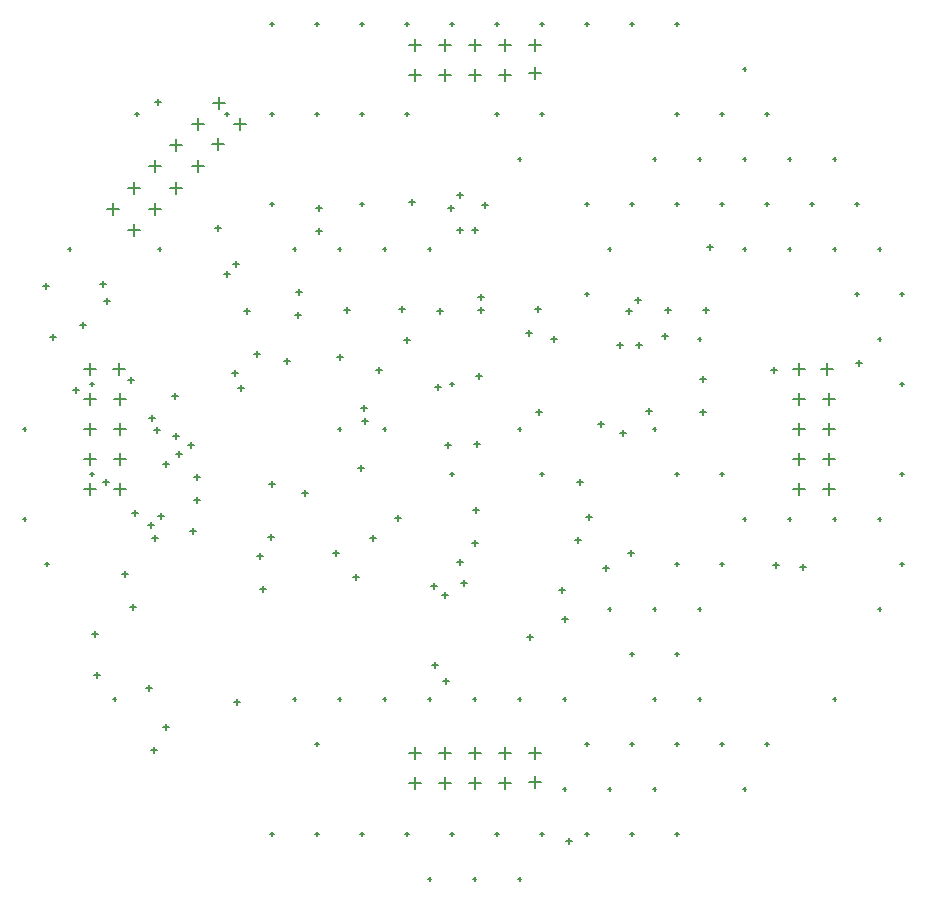
<source format=gbr>
%TF.GenerationSoftware,Altium Limited,Altium Designer,18.1.6 (161)*%
G04 Layer_Color=128*
%FSLAX26Y26*%
%MOIN*%
%TF.FileFunction,Drillmap*%
%TF.Part,Single*%
G01*
G75*
%TA.AperFunction,NonConductor*%
%ADD79C,0.005000*%
D79*
X2277132Y4237132D02*
X2317132D01*
X2297132Y4217132D02*
Y4257132D01*
X2347843Y4166421D02*
X2387843D01*
X2367843Y4146421D02*
Y4186421D01*
X1994289Y3812868D02*
X2034289D01*
X2014289Y3792868D02*
Y3832868D01*
X2065000Y3883579D02*
X2105000D01*
X2085000Y3863579D02*
Y3903579D01*
X2135711Y3954289D02*
X2175711D01*
X2155711Y3934289D02*
Y3974289D01*
X2206421Y4025000D02*
X2246421D01*
X2226421Y4005000D02*
Y4045000D01*
X2273597Y4099246D02*
X2313597D01*
X2293597Y4079246D02*
Y4119246D01*
X2206421Y4166421D02*
X2246421D01*
X2226421Y4146421D02*
Y4186421D01*
X2135711Y4095711D02*
X2175711D01*
X2155711Y4075711D02*
Y4115711D01*
X2065000Y4025000D02*
X2105000D01*
X2085000Y4005000D02*
Y4045000D01*
X1994289Y3954289D02*
X2034289D01*
X2014289Y3934289D02*
Y3974289D01*
X1923579Y3883579D02*
X1963579D01*
X1943579Y3863579D02*
Y3903579D01*
X2929606Y4330709D02*
X2969606D01*
X2949606Y4310709D02*
Y4350709D01*
X3029606Y4330709D02*
X3069606D01*
X3049606Y4310709D02*
Y4350709D01*
X3129606Y4330709D02*
X3169606D01*
X3149606Y4310709D02*
Y4350709D01*
X3229606Y4330709D02*
X3269606D01*
X3249606Y4310709D02*
Y4350709D01*
X3329606Y4335709D02*
X3369606D01*
X3349606Y4315709D02*
Y4355709D01*
X3329606Y4430709D02*
X3369606D01*
X3349606Y4410709D02*
Y4450709D01*
X3229606Y4430709D02*
X3269606D01*
X3249606Y4410709D02*
Y4450709D01*
X3129606Y4430709D02*
X3169606D01*
X3149606Y4410709D02*
Y4450709D01*
X3029606Y4430709D02*
X3069606D01*
X3049606Y4410709D02*
Y4450709D01*
X2929606Y4430709D02*
X2969606D01*
X2949606Y4410709D02*
Y4450709D01*
X1848504Y2949606D02*
X1888504D01*
X1868504Y2929606D02*
Y2969606D01*
X1848504Y3049606D02*
X1888504D01*
X1868504Y3029606D02*
Y3069606D01*
X1848504Y3149606D02*
X1888504D01*
X1868504Y3129606D02*
Y3169606D01*
X1848504Y3249606D02*
X1888504D01*
X1868504Y3229606D02*
Y3269606D01*
X1848504Y3349606D02*
X1888504D01*
X1868504Y3329606D02*
Y3369606D01*
X1943504Y3349606D02*
X1983504D01*
X1963504Y3329606D02*
Y3369606D01*
X1948504Y3249606D02*
X1988504D01*
X1968504Y3229606D02*
Y3269606D01*
X1948504Y3149606D02*
X1988504D01*
X1968504Y3129606D02*
Y3169606D01*
X1948504Y3049606D02*
X1988504D01*
X1968504Y3029606D02*
Y3069606D01*
X1948504Y2949606D02*
X1988504D01*
X1968504Y2929606D02*
Y2969606D01*
X2929606Y1968504D02*
X2969606D01*
X2949606Y1948504D02*
Y1988504D01*
X3029606Y1968504D02*
X3069606D01*
X3049606Y1948504D02*
Y1988504D01*
X3129606Y1968504D02*
X3169606D01*
X3149606Y1948504D02*
Y1988504D01*
X3229606Y1968504D02*
X3269606D01*
X3249606Y1948504D02*
Y1988504D01*
X3329606Y1973504D02*
X3369606D01*
X3349606Y1953504D02*
Y1993504D01*
X3329606Y2068504D02*
X3369606D01*
X3349606Y2048504D02*
Y2088504D01*
X3229606Y2068504D02*
X3269606D01*
X3249606Y2048504D02*
Y2088504D01*
X3129606Y2068504D02*
X3169606D01*
X3149606Y2048504D02*
Y2088504D01*
X3029606Y2068504D02*
X3069606D01*
X3049606Y2048504D02*
Y2088504D01*
X2929606Y2068504D02*
X2969606D01*
X2949606Y2048504D02*
Y2088504D01*
X4210709Y2949606D02*
X4250709D01*
X4230709Y2929606D02*
Y2969606D01*
X4210709Y3049606D02*
X4250709D01*
X4230709Y3029606D02*
Y3069606D01*
X4210709Y3149606D02*
X4250709D01*
X4230709Y3129606D02*
Y3169606D01*
X4210709Y3249606D02*
X4250709D01*
X4230709Y3229606D02*
Y3269606D01*
X4210709Y3349606D02*
X4250709D01*
X4230709Y3329606D02*
Y3369606D01*
X4305709Y3349606D02*
X4345709D01*
X4325709Y3329606D02*
Y3369606D01*
X4310709Y3249606D02*
X4350709D01*
X4330709Y3229606D02*
Y3269606D01*
X4310709Y3149606D02*
X4350709D01*
X4330709Y3129606D02*
Y3169606D01*
X4310709Y3049606D02*
X4350709D01*
X4330709Y3029606D02*
Y3069606D01*
X4310709Y2949606D02*
X4350709D01*
X4330709Y2929606D02*
Y2969606D01*
X4494000Y3750000D02*
X4506000D01*
X4500000Y3744000D02*
Y3756000D01*
X4569000Y3600000D02*
X4581000D01*
X4575000Y3594000D02*
Y3606000D01*
X4494000Y3450000D02*
X4506000D01*
X4500000Y3444000D02*
Y3456000D01*
X4569000Y3300000D02*
X4581000D01*
X4575000Y3294000D02*
Y3306000D01*
X4569000Y3000000D02*
X4581000D01*
X4575000Y2994000D02*
Y3006000D01*
X4494000Y2850000D02*
X4506000D01*
X4500000Y2844000D02*
Y2856000D01*
X4569000Y2700000D02*
X4581000D01*
X4575000Y2694000D02*
Y2706000D01*
X4494000Y2550000D02*
X4506000D01*
X4500000Y2544000D02*
Y2556000D01*
X4344000Y4050000D02*
X4356000D01*
X4350000Y4044000D02*
Y4056000D01*
X4419000Y3900000D02*
X4431000D01*
X4425000Y3894000D02*
Y3906000D01*
X4344000Y3750000D02*
X4356000D01*
X4350000Y3744000D02*
Y3756000D01*
X4419000Y3600000D02*
X4431000D01*
X4425000Y3594000D02*
Y3606000D01*
X4344000Y2850000D02*
X4356000D01*
X4350000Y2844000D02*
Y2856000D01*
X4344000Y2250000D02*
X4356000D01*
X4350000Y2244000D02*
Y2256000D01*
X4194000Y4050000D02*
X4206000D01*
X4200000Y4044000D02*
Y4056000D01*
X4269000Y3900000D02*
X4281000D01*
X4275000Y3894000D02*
Y3906000D01*
X4194000Y3750000D02*
X4206000D01*
X4200000Y3744000D02*
Y3756000D01*
X4194000Y2850000D02*
X4206000D01*
X4200000Y2844000D02*
Y2856000D01*
X4044000Y4350000D02*
X4056000D01*
X4050000Y4344000D02*
Y4356000D01*
X4119000Y4200000D02*
X4131000D01*
X4125000Y4194000D02*
Y4206000D01*
X4044000Y4050000D02*
X4056000D01*
X4050000Y4044000D02*
Y4056000D01*
X4119000Y3900000D02*
X4131000D01*
X4125000Y3894000D02*
Y3906000D01*
X4044000Y3750000D02*
X4056000D01*
X4050000Y3744000D02*
Y3756000D01*
X4044000Y2850000D02*
X4056000D01*
X4050000Y2844000D02*
Y2856000D01*
X4119000Y2100000D02*
X4131000D01*
X4125000Y2094000D02*
Y2106000D01*
X4044000Y1950000D02*
X4056000D01*
X4050000Y1944000D02*
Y1956000D01*
X3969000Y4200000D02*
X3981000D01*
X3975000Y4194000D02*
Y4206000D01*
X3894000Y4050000D02*
X3906000D01*
X3900000Y4044000D02*
Y4056000D01*
X3969000Y3900000D02*
X3981000D01*
X3975000Y3894000D02*
Y3906000D01*
X3894000Y3450000D02*
X3906000D01*
X3900000Y3444000D02*
Y3456000D01*
X3969000Y3000000D02*
X3981000D01*
X3975000Y2994000D02*
Y3006000D01*
X3969000Y2700000D02*
X3981000D01*
X3975000Y2694000D02*
Y2706000D01*
X3894000Y2550000D02*
X3906000D01*
X3900000Y2544000D02*
Y2556000D01*
X3894000Y2250000D02*
X3906000D01*
X3900000Y2244000D02*
Y2256000D01*
X3969000Y2100000D02*
X3981000D01*
X3975000Y2094000D02*
Y2106000D01*
X3819000Y4500000D02*
X3831000D01*
X3825000Y4494000D02*
Y4506000D01*
X3819000Y4200000D02*
X3831000D01*
X3825000Y4194000D02*
Y4206000D01*
X3744000Y4050000D02*
X3756000D01*
X3750000Y4044000D02*
Y4056000D01*
X3819000Y3900000D02*
X3831000D01*
X3825000Y3894000D02*
Y3906000D01*
X3744000Y3150000D02*
X3756000D01*
X3750000Y3144000D02*
Y3156000D01*
X3819000Y3000000D02*
X3831000D01*
X3825000Y2994000D02*
Y3006000D01*
X3819000Y2700000D02*
X3831000D01*
X3825000Y2694000D02*
Y2706000D01*
X3744000Y2550000D02*
X3756000D01*
X3750000Y2544000D02*
Y2556000D01*
X3819000Y2400000D02*
X3831000D01*
X3825000Y2394000D02*
Y2406000D01*
X3744000Y2250000D02*
X3756000D01*
X3750000Y2244000D02*
Y2256000D01*
X3819000Y2100000D02*
X3831000D01*
X3825000Y2094000D02*
Y2106000D01*
X3744000Y1950000D02*
X3756000D01*
X3750000Y1944000D02*
Y1956000D01*
X3819000Y1800000D02*
X3831000D01*
X3825000Y1794000D02*
Y1806000D01*
X3669000Y4500000D02*
X3681000D01*
X3675000Y4494000D02*
Y4506000D01*
X3669000Y3900000D02*
X3681000D01*
X3675000Y3894000D02*
Y3906000D01*
X3594000Y3750000D02*
X3606000D01*
X3600000Y3744000D02*
Y3756000D01*
X3594000Y2550000D02*
X3606000D01*
X3600000Y2544000D02*
Y2556000D01*
X3669000Y2400000D02*
X3681000D01*
X3675000Y2394000D02*
Y2406000D01*
X3669000Y2100000D02*
X3681000D01*
X3675000Y2094000D02*
Y2106000D01*
X3594000Y1950000D02*
X3606000D01*
X3600000Y1944000D02*
Y1956000D01*
X3669000Y1800000D02*
X3681000D01*
X3675000Y1794000D02*
Y1806000D01*
X3519000Y4500000D02*
X3531000D01*
X3525000Y4494000D02*
Y4506000D01*
X3519000Y3900000D02*
X3531000D01*
X3525000Y3894000D02*
Y3906000D01*
X3519000Y3600000D02*
X3531000D01*
X3525000Y3594000D02*
Y3606000D01*
X3444000Y2250000D02*
X3456000D01*
X3450000Y2244000D02*
Y2256000D01*
X3519000Y2100000D02*
X3531000D01*
X3525000Y2094000D02*
Y2106000D01*
X3444000Y1950000D02*
X3456000D01*
X3450000Y1944000D02*
Y1956000D01*
X3519000Y1800000D02*
X3531000D01*
X3525000Y1794000D02*
Y1806000D01*
X3369000Y4500000D02*
X3381000D01*
X3375000Y4494000D02*
Y4506000D01*
X3369000Y4200000D02*
X3381000D01*
X3375000Y4194000D02*
Y4206000D01*
X3294000Y4050000D02*
X3306000D01*
X3300000Y4044000D02*
Y4056000D01*
X3294000Y3150000D02*
X3306000D01*
X3300000Y3144000D02*
Y3156000D01*
X3369000Y3000000D02*
X3381000D01*
X3375000Y2994000D02*
Y3006000D01*
X3294000Y2250000D02*
X3306000D01*
X3300000Y2244000D02*
Y2256000D01*
X3369000Y1800000D02*
X3381000D01*
X3375000Y1794000D02*
Y1806000D01*
X3294000Y1650000D02*
X3306000D01*
X3300000Y1644000D02*
Y1656000D01*
X3219000Y4500000D02*
X3231000D01*
X3225000Y4494000D02*
Y4506000D01*
X3219000Y4200000D02*
X3231000D01*
X3225000Y4194000D02*
Y4206000D01*
X3144000Y2250000D02*
X3156000D01*
X3150000Y2244000D02*
Y2256000D01*
X3219000Y1800000D02*
X3231000D01*
X3225000Y1794000D02*
Y1806000D01*
X3144000Y1650000D02*
X3156000D01*
X3150000Y1644000D02*
Y1656000D01*
X3069000Y4500000D02*
X3081000D01*
X3075000Y4494000D02*
Y4506000D01*
X2994000Y3750000D02*
X3006000D01*
X3000000Y3744000D02*
Y3756000D01*
X3069000Y3300000D02*
X3081000D01*
X3075000Y3294000D02*
Y3306000D01*
X3069000Y3000000D02*
X3081000D01*
X3075000Y2994000D02*
Y3006000D01*
X2994000Y2250000D02*
X3006000D01*
X3000000Y2244000D02*
Y2256000D01*
X3069000Y1800000D02*
X3081000D01*
X3075000Y1794000D02*
Y1806000D01*
X2994000Y1650000D02*
X3006000D01*
X3000000Y1644000D02*
Y1656000D01*
X2919000Y4500000D02*
X2931000D01*
X2925000Y4494000D02*
Y4506000D01*
X2919000Y4200000D02*
X2931000D01*
X2925000Y4194000D02*
Y4206000D01*
X2844000Y3750000D02*
X2856000D01*
X2850000Y3744000D02*
Y3756000D01*
X2844000Y3150000D02*
X2856000D01*
X2850000Y3144000D02*
Y3156000D01*
X2844000Y2250000D02*
X2856000D01*
X2850000Y2244000D02*
Y2256000D01*
X2919000Y1800000D02*
X2931000D01*
X2925000Y1794000D02*
Y1806000D01*
X2769000Y4500000D02*
X2781000D01*
X2775000Y4494000D02*
Y4506000D01*
X2769000Y4200000D02*
X2781000D01*
X2775000Y4194000D02*
Y4206000D01*
X2769000Y3900000D02*
X2781000D01*
X2775000Y3894000D02*
Y3906000D01*
X2694000Y3750000D02*
X2706000D01*
X2700000Y3744000D02*
Y3756000D01*
X2694000Y3150000D02*
X2706000D01*
X2700000Y3144000D02*
Y3156000D01*
X2694000Y2250000D02*
X2706000D01*
X2700000Y2244000D02*
Y2256000D01*
X2769000Y1800000D02*
X2781000D01*
X2775000Y1794000D02*
Y1806000D01*
X2619000Y4500000D02*
X2631000D01*
X2625000Y4494000D02*
Y4506000D01*
X2619000Y4200000D02*
X2631000D01*
X2625000Y4194000D02*
Y4206000D01*
X2544000Y3750000D02*
X2556000D01*
X2550000Y3744000D02*
Y3756000D01*
X2544000Y2250000D02*
X2556000D01*
X2550000Y2244000D02*
Y2256000D01*
X2619000Y2100000D02*
X2631000D01*
X2625000Y2094000D02*
Y2106000D01*
X2619000Y1800000D02*
X2631000D01*
X2625000Y1794000D02*
Y1806000D01*
X2469000Y4500000D02*
X2481000D01*
X2475000Y4494000D02*
Y4506000D01*
X2469000Y4200000D02*
X2481000D01*
X2475000Y4194000D02*
Y4206000D01*
X2469000Y3900000D02*
X2481000D01*
X2475000Y3894000D02*
Y3906000D01*
X2469000Y1800000D02*
X2481000D01*
X2475000Y1794000D02*
Y1806000D01*
X2319000Y4200000D02*
X2331000D01*
X2325000Y4194000D02*
Y4206000D01*
X2094000Y3750000D02*
X2106000D01*
X2100000Y3744000D02*
Y3756000D01*
X2019000Y4200000D02*
X2031000D01*
X2025000Y4194000D02*
Y4206000D01*
X1944000Y2250000D02*
X1956000D01*
X1950000Y2244000D02*
Y2256000D01*
X1794000Y3750000D02*
X1806000D01*
X1800000Y3744000D02*
Y3756000D01*
X1869000Y3300000D02*
X1881000D01*
X1875000Y3294000D02*
Y3306000D01*
X1869000Y3000000D02*
X1881000D01*
X1875000Y2994000D02*
Y3006000D01*
X1644000Y3150000D02*
X1656000D01*
X1650000Y3144000D02*
Y3156000D01*
X1644000Y2850000D02*
X1656000D01*
X1650000Y2844000D02*
Y2856000D01*
X1719000Y2700000D02*
X1731000D01*
X1725000Y2694000D02*
Y2706000D01*
X2074000Y2785000D02*
X2094000D01*
X2084000Y2775000D02*
Y2795000D01*
X1810000Y3280000D02*
X1830000D01*
X1820000Y3270000D02*
Y3290000D01*
X1910000Y2972441D02*
X1930000D01*
X1920000Y2962441D02*
Y2982441D01*
X2070000Y2080000D02*
X2090000D01*
X2080000Y2070000D02*
Y2090000D01*
X2676496Y2735000D02*
X2696496D01*
X2686496Y2725000D02*
Y2745000D01*
X2762165Y3020000D02*
X2782165D01*
X2772165Y3010000D02*
Y3030000D01*
X2460000Y2790000D02*
X2480000D01*
X2470000Y2780000D02*
Y2800000D01*
X2425000Y2725000D02*
X2445000D01*
X2435000Y2715000D02*
Y2735000D01*
X4420000Y3370000D02*
X4440000D01*
X4430000Y3360000D02*
Y3380000D01*
X3105000Y2637441D02*
X3125000D01*
X3115000Y2627441D02*
Y2647441D01*
X3090000Y2705000D02*
X3110000D01*
X3100000Y2695000D02*
Y2715000D01*
X2745000Y2655000D02*
X2765000D01*
X2755000Y2645000D02*
Y2665000D01*
X3925000Y3755000D02*
X3945000D01*
X3935000Y3745000D02*
Y3765000D01*
X2140000Y3260000D02*
X2160000D01*
X2150000Y3250000D02*
Y3270000D01*
X1735000Y3454803D02*
X1755000D01*
X1745000Y3444803D02*
Y3464803D01*
X2008858Y2870000D02*
X2028858D01*
X2018858Y2860000D02*
Y2880000D01*
X1975000Y2665000D02*
X1995000D01*
X1985000Y2655000D02*
Y2675000D01*
X2055000Y2285000D02*
X2075000D01*
X2065000Y2275000D02*
Y2295000D01*
X1880000Y2330000D02*
X1900000D01*
X1890000Y2320000D02*
Y2340000D01*
X2348504Y2240000D02*
X2368504D01*
X2358504Y2230000D02*
Y2250000D01*
X2200000Y2810000D02*
X2220000D01*
X2210000Y2800000D02*
Y2820000D01*
X2000000Y2555000D02*
X2020000D01*
X2010000Y2545000D02*
Y2565000D01*
X3430000Y2613464D02*
X3450000D01*
X3440000Y2603464D02*
Y2623464D01*
X1710000Y3625000D02*
X1730000D01*
X1720000Y3615000D02*
Y3635000D01*
X2775000Y3175000D02*
X2795000D01*
X2785000Y3165000D02*
Y3185000D01*
X2065000D02*
X2085000D01*
X2075000Y3175000D02*
Y3195000D01*
X2080000Y3145000D02*
X2100000D01*
X2090000Y3135000D02*
Y3155000D01*
X1993996Y3313504D02*
X2013996D01*
X2003996Y3303504D02*
Y3323504D01*
X2770000Y3220000D02*
X2790000D01*
X2780000Y3210000D02*
Y3230000D01*
X3045000Y2310000D02*
X3065000D01*
X3055000Y2300000D02*
Y2320000D01*
X3007500Y2362500D02*
X3027500D01*
X3017500Y2352500D02*
Y2372500D01*
X3040000Y2595000D02*
X3060000D01*
X3050000Y2585000D02*
Y2605000D01*
X1915000Y3575000D02*
X1935000D01*
X1925000Y3565000D02*
Y3585000D01*
X2550000Y3530945D02*
X2570000D01*
X2560000Y3520945D02*
Y3540945D01*
X2110000Y2155000D02*
X2130000D01*
X2120000Y2145000D02*
Y2165000D01*
X2930000Y3905000D02*
X2950000D01*
X2940000Y3895000D02*
Y3915000D01*
X3092008Y3812008D02*
X3112008D01*
X3102008Y3802008D02*
Y3822008D01*
X3023071Y3542480D02*
X3043071D01*
X3033071Y3532480D02*
Y3552480D01*
X2620000Y3885000D02*
X2640000D01*
X2630000Y3875000D02*
Y3895000D01*
X2620000Y3810000D02*
X2640000D01*
X2630000Y3800000D02*
Y3820000D01*
X2715000Y3545433D02*
X2735000D01*
X2725000Y3535433D02*
Y3555433D01*
X2085000Y4240000D02*
X2105000D01*
X2095000Y4230000D02*
Y4250000D01*
X2896496Y3548504D02*
X2916496D01*
X2906496Y3538504D02*
Y3558504D01*
X3161575Y3590000D02*
X3181575D01*
X3171575Y3580000D02*
Y3600000D01*
X3139606Y3812008D02*
X3159606D01*
X3149606Y3802008D02*
Y3822008D01*
X3175000Y3895000D02*
X3195000D01*
X3185000Y3885000D02*
Y3905000D01*
X3060000Y3885000D02*
X3080000D01*
X3070000Y3875000D02*
Y3895000D01*
X2380000Y3542480D02*
X2400000D01*
X2390000Y3532480D02*
Y3552480D01*
X3325000Y2455000D02*
X3345000D01*
X3335000Y2445000D02*
Y2465000D01*
X3440000Y2516890D02*
X3460000D01*
X3450000Y2506890D02*
Y2526890D01*
X3576417Y2686417D02*
X3596417D01*
X3586417Y2676417D02*
Y2696417D01*
X1875000Y2465000D02*
X1895000D01*
X1885000Y2455000D02*
Y2475000D01*
X3005000Y2627520D02*
X3025000D01*
X3015000Y2617520D02*
Y2637520D01*
X3050000Y3095000D02*
X3070000D01*
X3060000Y3085000D02*
Y3105000D01*
X1835000Y3498110D02*
X1855000D01*
X1845000Y3488110D02*
Y3508110D01*
X2283597Y3820000D02*
X2303597D01*
X2293597Y3810000D02*
Y3830000D01*
X1900000Y3633150D02*
X1920000D01*
X1910000Y3623150D02*
Y3643150D01*
X3455000Y1775000D02*
X3475000D01*
X3465000Y1765000D02*
Y1785000D01*
X4145000Y2695000D02*
X4165000D01*
X4155000Y2685000D02*
Y2705000D01*
X4235000Y2690000D02*
X4255000D01*
X4245000Y2680000D02*
Y2700000D01*
X2215000Y2990000D02*
X2235000D01*
X2225000Y2980000D02*
Y3000000D01*
X2195000Y3098110D02*
X2215000D01*
X2205000Y3088110D02*
Y3108110D01*
X2155000Y3065000D02*
X2175000D01*
X2165000Y3055000D02*
Y3075000D01*
X2110000Y3033661D02*
X2130000D01*
X2120000Y3023661D02*
Y3043661D01*
X2215000Y2913385D02*
X2235000D01*
X2225000Y2903385D02*
Y2923385D01*
X2095000Y2860000D02*
X2115000D01*
X2105000Y2850000D02*
Y2870000D01*
X2060000Y2830000D02*
X2080000D01*
X2070000Y2820000D02*
Y2840000D01*
X3355000Y3205000D02*
X3375000D01*
X3365000Y3195000D02*
Y3215000D01*
X2435000Y2615000D02*
X2455000D01*
X2445000Y2605000D02*
Y2625000D01*
X2575000Y2935000D02*
X2595000D01*
X2585000Y2925000D02*
Y2945000D01*
X3092008Y3930000D02*
X3112008D01*
X3102008Y3920000D02*
Y3940000D01*
X2315000Y3665000D02*
X2335000D01*
X2325000Y3655000D02*
Y3675000D01*
X3625000Y3430000D02*
X3645000D01*
X3635000Y3420000D02*
Y3440000D01*
X3685000Y3580000D02*
X3705000D01*
X3695000Y3570000D02*
Y3590000D01*
X3655000Y3542480D02*
X3675000D01*
X3665000Y3532480D02*
Y3552480D01*
X3320000Y3468504D02*
X3340000D01*
X3330000Y3458504D02*
Y3478504D01*
X2360000Y3285000D02*
X2380000D01*
X2370000Y3275000D02*
Y3295000D01*
X3910000Y3547480D02*
X3930000D01*
X3920000Y3537480D02*
Y3557480D01*
X3562520Y3165000D02*
X3582520D01*
X3572520Y3155000D02*
Y3175000D01*
X2515000Y3375000D02*
X2535000D01*
X2525000Y3365000D02*
Y3385000D01*
X2415000Y3400000D02*
X2435000D01*
X2425000Y3390000D02*
Y3410000D01*
X3785000Y3545000D02*
X3805000D01*
X3795000Y3535000D02*
Y3555000D01*
X3900000Y3205000D02*
X3920000D01*
X3910000Y3195000D02*
Y3215000D01*
X4137559Y3345000D02*
X4157559D01*
X4147559Y3335000D02*
Y3355000D01*
X3720000Y3210000D02*
X3740000D01*
X3730000Y3200000D02*
Y3220000D01*
X3485000Y2781142D02*
X3505000D01*
X3495000Y2771142D02*
Y2791142D01*
X2885000Y2853386D02*
X2905000D01*
X2895000Y2843386D02*
Y2863386D01*
X2690000Y3390000D02*
X2710000D01*
X2700000Y3380000D02*
Y3400000D01*
X2340000Y3335000D02*
X2360000D01*
X2350000Y3325000D02*
Y3345000D01*
X2465000Y2965000D02*
X2485000D01*
X2475000Y2955000D02*
Y2975000D01*
X3688740Y3430000D02*
X3708740D01*
X3698740Y3420000D02*
Y3440000D01*
X2800000Y2785000D02*
X2820000D01*
X2810000Y2775000D02*
Y2795000D01*
X2915000Y3445000D02*
X2935000D01*
X2925000Y3435000D02*
Y3455000D01*
X3660000Y2735000D02*
X3680000D01*
X3670000Y2725000D02*
Y2745000D01*
X2555000Y3605000D02*
X2575000D01*
X2565000Y3595000D02*
Y3615000D01*
X3017520Y3290000D02*
X3037520D01*
X3027520Y3280000D02*
Y3300000D01*
X3155000Y3325000D02*
X3175000D01*
X3165000Y3315000D02*
Y3335000D01*
X2821220Y3345000D02*
X2841220D01*
X2831220Y3335000D02*
Y3355000D01*
X3160000Y3545000D02*
X3180000D01*
X3170000Y3535000D02*
Y3555000D01*
X2345000Y3700000D02*
X2365000D01*
X2355000Y3690000D02*
Y3710000D01*
X3773110Y3460000D02*
X3793110D01*
X3783110Y3450000D02*
Y3470000D01*
X3635000Y3135000D02*
X3655000D01*
X3645000Y3125000D02*
Y3145000D01*
X3492441Y2972441D02*
X3512441D01*
X3502441Y2962441D02*
Y2982441D01*
X3520000Y2857559D02*
X3540000D01*
X3530000Y2847559D02*
Y2867559D01*
X3405000Y3450000D02*
X3425000D01*
X3415000Y3440000D02*
Y3460000D01*
X3350000Y3550000D02*
X3370000D01*
X3360000Y3540000D02*
Y3560000D01*
X3146614Y3101220D02*
X3166614D01*
X3156614Y3091220D02*
Y3111220D01*
X2145000Y3125000D02*
X2165000D01*
X2155000Y3115000D02*
Y3135000D01*
X3143229Y2879331D02*
X3163229D01*
X3153229Y2869331D02*
Y2889331D01*
X3141614Y2768386D02*
X3161614D01*
X3151614Y2758386D02*
Y2778386D01*
X3902500Y3317500D02*
X3922500D01*
X3912500Y3307500D02*
Y3327500D01*
%TF.MD5,baa580eb2f4f4fb17258e3352bfc9687*%
M02*

</source>
